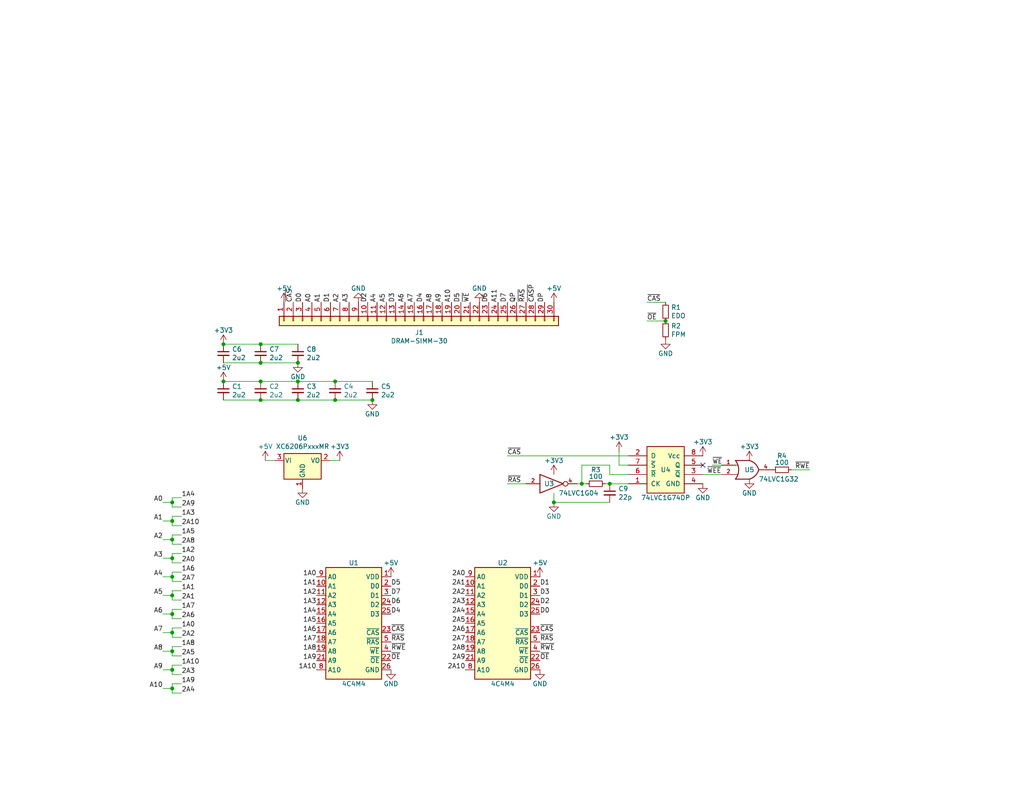
<source format=kicad_sch>
(kicad_sch (version 20230121) (generator eeschema)
  (paper "USLetter")
  (title_block (title "GW4194A") (date "2023-01-20") (rev "1.1") (company "Garrett's Workshop"))
  (lib_symbols
    (symbol "74xGxx:74AHCT1G04" (pin_names (offset 1.016))
      (property "Reference" "U" (at -2.54 3.81 0))
      (property "Value" "74AHCT1G04" (at 0 -3.81 0))
      (symbol "74AHCT1G04_0_1"
        (polyline (pts (xy -3.81 2.54) (xy -3.81 -2.54) (xy 2.54 0) (xy -3.81 2.54)) (stroke (width 0.254)))
      )
      (symbol "74AHCT1G04_1_1"
        (pin input line (at -7.62 0 0) (length 3.81) (name "~") (number "2"))
        (pin power_in line (at 0 -2.54 270) (length 0) hide (name "GND") (number "3"))
        (pin output inverted (at 6.35 0 180) (length 3.81) (name "~") (number "4"))
        (pin power_in line (at 0 2.54 90) (length 0) hide (name "VCC") (number "5"))
      )
    )
    (symbol "74xGxx:74AHCT1G32" (pin_names (offset 1.016))
      (property "Reference" "U" (at -2.54 3.81 0))
      (property "Value" "74AHCT1G32" (at 0 -3.81 0))
      (symbol "74AHCT1G32_0_1"
        (arc (start -3.81 -2.54) (mid -2.919 0) (end -3.81 2.54) (stroke (width 0.254)))
        (arc (start 0 -2.54) (mid 1.5993 -1.6027) (end 2.54 0) (stroke (width 0.254)))
        (polyline (pts (xy -3.81 -1.27) (xy -3.175 -1.27)))
        (polyline (pts (xy -3.81 1.27) (xy -3.175 1.27)))
        (polyline (pts (xy 0 -2.54) (xy -3.81 -2.54)) (stroke (width 0.254)) (fill (type background)))
        (polyline (pts (xy 0 2.54) (xy -3.81 2.54)) (stroke (width 0.254)) (fill (type background)))
        (arc (start 2.54 0) (mid 1.6119 1.6152) (end 0 2.54) (stroke (width 0.254)))
      )
      (symbol "74AHCT1G32_1_1"
        (pin input line (at -7.62 1.27 0) (length 3.81) (name "~") (number "1"))
        (pin input line (at -7.62 -1.27 0) (length 3.81) (name "~") (number "2"))
        (pin power_in line (at 0 -2.54 270) (length 0) hide (name "GND") (number "3"))
        (pin output line (at 6.35 0 180) (length 3.81) (name "~") (number "4"))
        (pin power_in line (at 0 2.54 90) (length 0) hide (name "VCC") (number "5"))
      )
    )
    (symbol "Connector_Generic:Conn_01x30" (pin_names (offset 1.016) hide)
      (property "Reference" "J" (at 0 38.1 0))
      (property "Value" "Conn_01x30" (at 0 -40.64 0))
      (symbol "Conn_01x30_1_1"
        (rectangle (start -1.27 -37.973) (end 0 -38.227) (stroke (width 0.1524)))
        (rectangle (start -1.27 -35.433) (end 0 -35.687) (stroke (width 0.1524)))
        (rectangle (start -1.27 -32.893) (end 0 -33.147) (stroke (width 0.1524)))
        (rectangle (start -1.27 -30.353) (end 0 -30.607) (stroke (width 0.1524)))
        (rectangle (start -1.27 -27.813) (end 0 -28.067) (stroke (width 0.1524)))
        (rectangle (start -1.27 -25.273) (end 0 -25.527) (stroke (width 0.1524)))
        (rectangle (start -1.27 -22.733) (end 0 -22.987) (stroke (width 0.1524)))
        (rectangle (start -1.27 -20.193) (end 0 -20.447) (stroke (width 0.1524)))
        (rectangle (start -1.27 -17.653) (end 0 -17.907) (stroke (width 0.1524)))
        (rectangle (start -1.27 -15.113) (end 0 -15.367) (stroke (width 0.1524)))
        (rectangle (start -1.27 -12.573) (end 0 -12.827) (stroke (width 0.1524)))
        (rectangle (start -1.27 -10.033) (end 0 -10.287) (stroke (width 0.1524)))
        (rectangle (start -1.27 -7.493) (end 0 -7.747) (stroke (width 0.1524)))
        (rectangle (start -1.27 -4.953) (end 0 -5.207) (stroke (width 0.1524)))
        (rectangle (start -1.27 -2.413) (end 0 -2.667) (stroke (width 0.1524)))
        (rectangle (start -1.27 0.127) (end 0 -0.127) (stroke (width 0.1524)))
        (rectangle (start -1.27 2.667) (end 0 2.413) (stroke (width 0.1524)))
        (rectangle (start -1.27 5.207) (end 0 4.953) (stroke (width 0.1524)))
        (rectangle (start -1.27 7.747) (end 0 7.493) (stroke (width 0.1524)))
        (rectangle (start -1.27 10.287) (end 0 10.033) (stroke (width 0.1524)))
        (rectangle (start -1.27 12.827) (end 0 12.573) (stroke (width 0.1524)))
        (rectangle (start -1.27 15.367) (end 0 15.113) (stroke (width 0.1524)))
        (rectangle (start -1.27 17.907) (end 0 17.653) (stroke (width 0.1524)))
        (rectangle (start -1.27 20.447) (end 0 20.193) (stroke (width 0.1524)))
        (rectangle (start -1.27 22.987) (end 0 22.733) (stroke (width 0.1524)))
        (rectangle (start -1.27 25.527) (end 0 25.273) (stroke (width 0.1524)))
        (rectangle (start -1.27 28.067) (end 0 27.813) (stroke (width 0.1524)))
        (rectangle (start -1.27 30.607) (end 0 30.353) (stroke (width 0.1524)))
        (rectangle (start -1.27 33.147) (end 0 32.893) (stroke (width 0.1524)))
        (rectangle (start -1.27 35.687) (end 0 35.433) (stroke (width 0.1524)))
        (rectangle (start -1.27 36.83) (end 1.27 -39.37) (stroke (width 0.254)) (fill (type background)))
        (pin passive line (at -5.08 35.56 0) (length 3.81) (name "Pin_1") (number "1"))
        (pin passive line (at -5.08 12.7 0) (length 3.81) (name "Pin_10") (number "10"))
        (pin passive line (at -5.08 10.16 0) (length 3.81) (name "Pin_11") (number "11"))
        (pin passive line (at -5.08 7.62 0) (length 3.81) (name "Pin_12") (number "12"))
        (pin passive line (at -5.08 5.08 0) (length 3.81) (name "Pin_13") (number "13"))
        (pin passive line (at -5.08 2.54 0) (length 3.81) (name "Pin_14") (number "14"))
        (pin passive line (at -5.08 0 0) (length 3.81) (name "Pin_15") (number "15"))
        (pin passive line (at -5.08 -2.54 0) (length 3.81) (name "Pin_16") (number "16"))
        (pin passive line (at -5.08 -5.08 0) (length 3.81) (name "Pin_17") (number "17"))
        (pin passive line (at -5.08 -7.62 0) (length 3.81) (name "Pin_18") (number "18"))
        (pin passive line (at -5.08 -10.16 0) (length 3.81) (name "Pin_19") (number "19"))
        (pin passive line (at -5.08 33.02 0) (length 3.81) (name "Pin_2") (number "2"))
        (pin passive line (at -5.08 -12.7 0) (length 3.81) (name "Pin_20") (number "20"))
        (pin passive line (at -5.08 -15.24 0) (length 3.81) (name "Pin_21") (number "21"))
        (pin passive line (at -5.08 -17.78 0) (length 3.81) (name "Pin_22") (number "22"))
        (pin passive line (at -5.08 -20.32 0) (length 3.81) (name "Pin_23") (number "23"))
        (pin passive line (at -5.08 -22.86 0) (length 3.81) (name "Pin_24") (number "24"))
        (pin passive line (at -5.08 -25.4 0) (length 3.81) (name "Pin_25") (number "25"))
        (pin passive line (at -5.08 -27.94 0) (length 3.81) (name "Pin_26") (number "26"))
        (pin passive line (at -5.08 -30.48 0) (length 3.81) (name "Pin_27") (number "27"))
        (pin passive line (at -5.08 -33.02 0) (length 3.81) (name "Pin_28") (number "28"))
        (pin passive line (at -5.08 -35.56 0) (length 3.81) (name "Pin_29") (number "29"))
        (pin passive line (at -5.08 30.48 0) (length 3.81) (name "Pin_3") (number "3"))
        (pin passive line (at -5.08 -38.1 0) (length 3.81) (name "Pin_30") (number "30"))
        (pin passive line (at -5.08 27.94 0) (length 3.81) (name "Pin_4") (number "4"))
        (pin passive line (at -5.08 25.4 0) (length 3.81) (name "Pin_5") (number "5"))
        (pin passive line (at -5.08 22.86 0) (length 3.81) (name "Pin_6") (number "6"))
        (pin passive line (at -5.08 20.32 0) (length 3.81) (name "Pin_7") (number "7"))
        (pin passive line (at -5.08 17.78 0) (length 3.81) (name "Pin_8") (number "8"))
        (pin passive line (at -5.08 15.24 0) (length 3.81) (name "Pin_9") (number "9"))
      )
    )
    (symbol "Device:C_Small" (pin_numbers hide) (pin_names (offset 0.254) hide)
      (property "Reference" "C" (at 0.254 1.778 0))
      (property "Value" "C_Small" (at 0.254 -2.032 0))
      (symbol "C_Small_0_1"
        (polyline (pts (xy -1.524 -0.508) (xy 1.524 -0.508)) (stroke (width 0.3302)))
        (polyline (pts (xy -1.524 0.508) (xy 1.524 0.508)) (stroke (width 0.3048)))
      )
      (symbol "C_Small_1_1"
        (pin passive line (at 0 2.54 270) (length 2.032) (name "~") (number "1"))
        (pin passive line (at 0 -2.54 90) (length 2.032) (name "~") (number "2"))
      )
    )
    (symbol "Device:R_Small" (pin_numbers hide) (pin_names (offset 0.254) hide)
      (property "Reference" "R" (at 0.762 0.508 0))
      (property "Value" "R_Small" (at 0.762 -1.016 0))
      (symbol "R_Small_0_1"
        (rectangle (start -0.762 1.778) (end 0.762 -1.778) (stroke (width 0.2032)))
      )
      (symbol "R_Small_1_1"
        (pin passive line (at 0 2.54 270) (length 0.762) (name "~") (number "1"))
        (pin passive line (at 0 -2.54 90) (length 0.762) (name "~") (number "2"))
      )
    )
    (symbol "GW_Logic:741G74DC" (pin_names (offset 1.016))
      (property "Reference" "U" (at 0 7.62 0))
      (property "Value" "GW_Logic_741G74DC" (at 0 -7.62 0))
      (symbol "741G74DC_0_1"
        (rectangle (start 5.08 -6.35) (end -5.08 6.35) (stroke (width 0.254)) (fill (type background)))
      )
      (symbol "741G74DC_1_1"
        (pin input line (at -10.16 -3.81 0) (length 5.08) (name "CK") (number "1"))
        (pin input line (at -10.16 3.81 0) (length 5.08) (name "D") (number "2"))
        (pin output line (at 10.16 -1.27 180) (length 5.08) (name "~{Q}") (number "3"))
        (pin power_in line (at 10.16 -3.81 180) (length 5.08) (name "GND") (number "4"))
        (pin output line (at 10.16 1.27 180) (length 5.08) (name "Q") (number "5"))
        (pin input line (at -10.16 -1.27 0) (length 5.08) (name "~{R}") (number "6"))
        (pin input line (at -10.16 1.27 0) (length 5.08) (name "~{S}") (number "7"))
        (pin power_in line (at 10.16 3.81 180) (length 5.08) (name "Vcc") (number "8"))
      )
    )
    (symbol "GW_RAM:DRAM-4Mx4-SOP-24"
      (property "Reference" "U" (at 0 16.51 0))
      (property "Value" "GW_RAM_DRAM-4Mx4-SOP-24" (at 0 0 90))
      (symbol "DRAM-4Mx4-SOP-24_0_1"
        (rectangle (start -7.62 15.24) (end 7.62 -15.24) (stroke (width 0.254)) (fill (type background)))
      )
      (symbol "DRAM-4Mx4-SOP-24_1_1"
        (pin power_in line (at 10.16 12.7 180) (length 2.54) (name "VDD") (number "1"))
        (pin input line (at -10.16 10.16 0) (length 2.54) (name "A1") (number "10"))
        (pin input line (at -10.16 7.62 0) (length 2.54) (name "A2") (number "11"))
        (pin input line (at -10.16 5.08 0) (length 2.54) (name "A3") (number "12"))
        (pin power_in line (at 10.16 12.7 180) (length 2.54) hide (name "VDD") (number "13"))
        (pin power_in line (at 10.16 -12.7 180) (length 2.54) hide (name "GND") (number "14"))
        (pin input line (at -10.16 2.54 0) (length 2.54) (name "A4") (number "15"))
        (pin input line (at -10.16 0 0) (length 2.54) (name "A5") (number "16"))
        (pin input line (at -10.16 -2.54 0) (length 2.54) (name "A6") (number "17"))
        (pin input line (at -10.16 -5.08 0) (length 2.54) (name "A7") (number "18"))
        (pin input line (at -10.16 -7.62 0) (length 2.54) (name "A8") (number "19"))
        (pin bidirectional line (at 10.16 10.16 180) (length 2.54) (name "D0") (number "2"))
        (pin no_connect line (at 10.16 0 180) (length 2.54) hide (name "NC") (number "20"))
        (pin input line (at -10.16 -10.16 0) (length 2.54) (name "A9") (number "21"))
        (pin input line (at 10.16 -10.16 180) (length 2.54) (name "~{OE}") (number "22"))
        (pin input line (at 10.16 -2.54 180) (length 2.54) (name "~{CAS}") (number "23"))
        (pin bidirectional line (at 10.16 5.08 180) (length 2.54) (name "D2") (number "24"))
        (pin bidirectional line (at 10.16 2.54 180) (length 2.54) (name "D3") (number "25"))
        (pin power_in line (at 10.16 -12.7 180) (length 2.54) (name "GND") (number "26"))
        (pin bidirectional line (at 10.16 7.62 180) (length 2.54) (name "D1") (number "3"))
        (pin input line (at 10.16 -7.62 180) (length 2.54) (name "~{WE}") (number "4"))
        (pin input line (at 10.16 -5.08 180) (length 2.54) (name "~{RAS}") (number "5"))
        (pin no_connect line (at 10.16 0 180) (length 2.54) hide (name "NC") (number "7"))
        (pin input line (at -10.16 -12.7 0) (length 2.54) (name "A10") (number "8"))
        (pin input line (at -10.16 12.7 0) (length 2.54) (name "A0") (number "9"))
      )
    )
    (symbol "Regulator_Linear:XC6206PxxxMR" (pin_names (offset 0.254))
      (property "Reference" "U" (at -3.81 3.175 0))
      (property "Value" "XC6206PxxxMR" (at 0 3.175 0))
      (symbol "XC6206PxxxMR_0_1"
        (rectangle (start -5.08 1.905) (end 5.08 -5.08) (stroke (width 0.254)) (fill (type background)))
      )
      (symbol "XC6206PxxxMR_1_1"
        (pin power_in line (at 0 -7.62 90) (length 2.54) (name "GND") (number "1"))
        (pin power_out line (at 7.62 0 180) (length 2.54) (name "VO") (number "2"))
        (pin power_in line (at -7.62 0 0) (length 2.54) (name "VI") (number "3"))
      )
    )
    (symbol "power:+3V3" (power) (pin_names (offset 0))
      (property "Value" "+3V3" (at 0 3.556 0))
      (symbol "+3V3_0_1"
        (polyline (pts (xy -0.762 1.27) (xy 0 2.54)))
        (polyline (pts (xy 0 0) (xy 0 2.54)))
        (polyline (pts (xy 0 2.54) (xy 0.762 1.27)))
      )
      (symbol "+3V3_1_1"
        (pin power_in line (at 0 0 90) (length 0) hide (name "+3V3") (number "1"))
      )
    )
    (symbol "power:+5V" (power) (pin_names (offset 0))
      (property "Value" "+5V" (at 0 3.556 0))
      (symbol "+5V_0_1"
        (polyline (pts (xy -0.762 1.27) (xy 0 2.54)))
        (polyline (pts (xy 0 0) (xy 0 2.54)))
        (polyline (pts (xy 0 2.54) (xy 0.762 1.27)))
      )
      (symbol "+5V_1_1"
        (pin power_in line (at 0 0 90) (length 0) hide (name "+5V") (number "1"))
      )
    )
    (symbol "power:GND" (power) (pin_names (offset 0))
      (property "Value" "GND" (at 0 -3.81 0))
      (symbol "GND_0_1"
        (polyline (pts (xy 0 0) (xy 0 -1.27) (xy 1.27 -1.27) (xy 0 -2.54) (xy -1.27 -1.27) (xy 0 -1.27)))
      )
      (symbol "GND_1_1"
        (pin power_in line (at 0 0 270) (length 0) hide (name "GND") (number "1"))
      )
    )
  )
  (junction (at 46.99 162.56))
  (junction (at 81.28 109.22))
  (junction (at 46.99 142.24))
  (junction (at 60.96 104.14))
  (junction (at 91.44 109.22))
  (junction (at 151.13 137.16))
  (junction (at 158.75 132.08))
  (junction (at 71.12 104.14))
  (junction (at 71.12 93.98))
  (junction (at 46.99 157.48))
  (junction (at 46.99 182.88))
  (junction (at 71.12 109.22))
  (junction (at 166.37 132.08))
  (junction (at 71.12 99.06))
  (junction (at 81.28 99.06))
  (junction (at 46.99 152.4))
  (junction (at 101.6 109.22))
  (junction (at 46.99 167.64))
  (junction (at 60.96 93.98))
  (junction (at 46.99 177.8))
  (junction (at 46.99 147.32))
  (junction (at 91.44 104.14))
  (junction (at 46.99 187.96))
  (junction (at 81.28 104.14))
  (junction (at 46.99 172.72))
  (junction (at 181.61 87.63))
  (junction (at 46.99 137.16))
  (no_connect (at 191.77 127))
  (wire (pts (xy 194.31 127) (xy 196.85 127)))
  (wire (pts (xy 81.28 99.06) (xy 71.12 99.06)))
  (wire (pts (xy 46.99 172.72) (xy 46.99 173.99)))
  (wire (pts (xy 220.98 128.27) (xy 215.9 128.27)))
  (wire (pts (xy 44.45 177.8) (xy 46.99 177.8)))
  (wire (pts (xy 46.99 156.21) (xy 49.53 156.21)))
  (wire (pts (xy 91.44 104.14) (xy 81.28 104.14)))
  (wire (pts (xy 44.45 137.16) (xy 46.99 137.16)))
  (wire (pts (xy 46.99 181.61) (xy 49.53 181.61)))
  (wire (pts (xy 46.99 135.89) (xy 49.53 135.89)))
  (wire (pts (xy 168.91 127) (xy 171.45 127)))
  (wire (pts (xy 46.99 186.69) (xy 49.53 186.69)))
  (wire (pts (xy 46.99 157.48) (xy 46.99 158.75)))
  (wire (pts (xy 46.99 146.05) (xy 49.53 146.05)))
  (wire (pts (xy 90.17 125.73) (xy 92.71 125.73)))
  (wire (pts (xy 46.99 140.97) (xy 49.53 140.97)))
  (wire (pts (xy 101.6 104.14) (xy 91.44 104.14)))
  (wire (pts (xy 46.99 177.8) (xy 46.99 176.53)))
  (wire (pts (xy 46.99 138.43) (xy 49.53 138.43)))
  (wire (pts (xy 46.99 172.72) (xy 46.99 171.45)))
  (wire (pts (xy 46.99 157.48) (xy 46.99 156.21)))
  (wire (pts (xy 44.45 162.56) (xy 46.99 162.56)))
  (wire (pts (xy 46.99 173.99) (xy 49.53 173.99)))
  (wire (pts (xy 158.75 132.08) (xy 158.75 127)))
  (wire (pts (xy 46.99 163.83) (xy 49.53 163.83)))
  (wire (pts (xy 46.99 147.32) (xy 46.99 146.05)))
  (wire (pts (xy 166.37 132.08) (xy 171.45 132.08)))
  (wire (pts (xy 71.12 93.98) (xy 81.28 93.98)))
  (wire (pts (xy 71.12 99.06) (xy 60.96 99.06)))
  (wire (pts (xy 44.45 152.4) (xy 46.99 152.4)))
  (wire (pts (xy 46.99 151.13) (xy 49.53 151.13)))
  (wire (pts (xy 181.61 87.63) (xy 176.53 87.63)))
  (wire (pts (xy 46.99 177.8) (xy 46.99 179.07)))
  (wire (pts (xy 46.99 142.24) (xy 46.99 140.97)))
  (wire (pts (xy 138.43 124.46) (xy 171.45 124.46)))
  (wire (pts (xy 46.99 142.24) (xy 46.99 143.51)))
  (wire (pts (xy 46.99 168.91) (xy 49.53 168.91)))
  (wire (pts (xy 46.99 171.45) (xy 49.53 171.45)))
  (wire (pts (xy 46.99 161.29) (xy 49.53 161.29)))
  (wire (pts (xy 44.45 187.96) (xy 46.99 187.96)))
  (wire (pts (xy 44.45 147.32) (xy 46.99 147.32)))
  (wire (pts (xy 151.13 134.62) (xy 151.13 137.16)))
  (wire (pts (xy 158.75 127) (xy 166.37 127)))
  (wire (pts (xy 46.99 162.56) (xy 46.99 161.29)))
  (wire (pts (xy 46.99 182.88) (xy 46.99 184.15)))
  (wire (pts (xy 46.99 167.64) (xy 46.99 166.37)))
  (wire (pts (xy 71.12 109.22) (xy 81.28 109.22)))
  (wire (pts (xy 60.96 93.98) (xy 71.12 93.98)))
  (wire (pts (xy 176.53 82.55) (xy 181.61 82.55)))
  (wire (pts (xy 191.77 129.54) (xy 196.85 129.54)))
  (wire (pts (xy 44.45 157.48) (xy 46.99 157.48)))
  (wire (pts (xy 166.37 129.54) (xy 166.37 127)))
  (wire (pts (xy 157.48 132.08) (xy 158.75 132.08)))
  (wire (pts (xy 46.99 147.32) (xy 46.99 148.59)))
  (wire (pts (xy 81.28 109.22) (xy 91.44 109.22)))
  (wire (pts (xy 46.99 152.4) (xy 46.99 153.67)))
  (wire (pts (xy 46.99 158.75) (xy 49.53 158.75)))
  (wire (pts (xy 91.44 109.22) (xy 101.6 109.22)))
  (wire (pts (xy 46.99 166.37) (xy 49.53 166.37)))
  (wire (pts (xy 46.99 179.07) (xy 49.53 179.07)))
  (wire (pts (xy 46.99 143.51) (xy 49.53 143.51)))
  (wire (pts (xy 46.99 184.15) (xy 49.53 184.15)))
  (wire (pts (xy 165.1 132.08) (xy 166.37 132.08)))
  (wire (pts (xy 46.99 153.67) (xy 49.53 153.67)))
  (wire (pts (xy 44.45 172.72) (xy 46.99 172.72)))
  (wire (pts (xy 60.96 104.14) (xy 71.12 104.14)))
  (wire (pts (xy 71.12 109.22) (xy 60.96 109.22)))
  (wire (pts (xy 168.91 123.19) (xy 168.91 127)))
  (wire (pts (xy 46.99 182.88) (xy 46.99 181.61)))
  (wire (pts (xy 46.99 152.4) (xy 46.99 151.13)))
  (wire (pts (xy 44.45 167.64) (xy 46.99 167.64)))
  (wire (pts (xy 44.45 142.24) (xy 46.99 142.24)))
  (wire (pts (xy 151.13 137.16) (xy 166.37 137.16)))
  (wire (pts (xy 46.99 137.16) (xy 46.99 135.89)))
  (wire (pts (xy 46.99 162.56) (xy 46.99 163.83)))
  (wire (pts (xy 46.99 176.53) (xy 49.53 176.53)))
  (wire (pts (xy 46.99 189.23) (xy 49.53 189.23)))
  (wire (pts (xy 46.99 137.16) (xy 46.99 138.43)))
  (wire (pts (xy 46.99 148.59) (xy 49.53 148.59)))
  (wire (pts (xy 44.45 182.88) (xy 46.99 182.88)))
  (wire (pts (xy 138.43 132.08) (xy 143.51 132.08)))
  (wire (pts (xy 74.93 125.73) (xy 72.39 125.73)))
  (wire (pts (xy 81.28 104.14) (xy 71.12 104.14)))
  (wire (pts (xy 160.02 132.08) (xy 158.75 132.08)))
  (wire (pts (xy 46.99 187.96) (xy 46.99 186.69)))
  (wire (pts (xy 171.45 129.54) (xy 166.37 129.54)))
  (wire (pts (xy 46.99 187.96) (xy 46.99 189.23)))
  (wire (pts (xy 46.99 167.64) (xy 46.99 168.91)))
  (label "D0" (at 82.55 82.55 90))
  (label "1A2" (at 86.36 162.56 180))
  (label "A10" (at 44.45 187.96 180))
  (label "A6" (at 110.49 82.55 90))
  (label "A5" (at 105.41 82.55 90))
  (label "2A3" (at 49.53 184.15 0))
  (label "1A0" (at 49.53 171.45 0))
  (label "~{OE}" (at 176.53 87.63 0))
  (label "1A3" (at 49.53 140.97 0))
  (label "2A4" (at 127 167.64 180))
  (label "~{RAS}" (at 106.68 175.26 0))
  (label "D2" (at 100.33 82.55 90))
  (label "~{CASP}" (at 146.05 82.55 90))
  (label "A8" (at 118.11 82.55 90))
  (label "2A10" (at 49.53 143.51 0))
  (label "~{RWE}" (at 106.68 177.8 0))
  (label "A7" (at 113.03 82.55 90))
  (label "D3" (at 107.95 82.55 90))
  (label "D5" (at 125.73 82.55 90))
  (label "~{OE}" (at 106.68 180.34 0))
  (label "D6" (at 106.68 165.1 0))
  (label "D7" (at 138.43 82.55 90))
  (label "A4" (at 102.87 82.55 90))
  (label "1A6" (at 86.36 172.72 180))
  (label "D1" (at 147.32 160.02 0))
  (label "1A0" (at 86.36 157.48 180))
  (label "A6" (at 44.45 167.64 180))
  (label "~{WE}" (at 128.27 82.55 90))
  (label "A5" (at 44.45 162.56 180))
  (label "A3" (at 95.25 82.55 90))
  (label "2A7" (at 127 175.26 180))
  (label "~{WE}" (at 194.31 127 0))
  (label "A3" (at 44.45 152.4 180))
  (label "1A9" (at 86.36 180.34 180))
  (label "2A4" (at 49.53 189.23 0))
  (label "2A5" (at 49.53 179.07 0))
  (label "D6" (at 133.35 82.55 90))
  (label "~{RAS}" (at 143.51 82.55 90))
  (label "2A2" (at 49.53 173.99 0))
  (label "A2" (at 92.71 82.55 90))
  (label "A8" (at 44.45 177.8 180))
  (label "A0" (at 44.45 137.16 180))
  (label "2A0" (at 49.53 153.67 0))
  (label "D2" (at 147.32 165.1 0))
  (label "2A7" (at 49.53 158.75 0))
  (label "~{RAS}" (at 138.43 132.08 0))
  (label "1A6" (at 49.53 156.21 0))
  (label "A7" (at 44.45 172.72 180))
  (label "1A5" (at 86.36 170.18 180))
  (label "2A9" (at 127 180.34 180))
  (label "1A3" (at 86.36 165.1 180))
  (label "~{OE}" (at 147.32 180.34 0))
  (label "~{RWE}" (at 220.98 128.27 180))
  (label "A10" (at 123.19 82.55 90))
  (label "D5" (at 106.68 160.02 0))
  (label "~{RWE}" (at 147.32 177.8 0))
  (label "2A6" (at 49.53 168.91 0))
  (label "1A9" (at 49.53 186.69 0))
  (label "A9" (at 44.45 182.88 180))
  (label "1A8" (at 86.36 177.8 180))
  (label "2A9" (at 49.53 138.43 0))
  (label "A4" (at 44.45 157.48 180))
  (label "~{WEE}" (at 196.85 129.54 180))
  (label "~{RAS}" (at 147.32 175.26 0))
  (label "2A1" (at 49.53 163.83 0))
  (label "1A7" (at 86.36 175.26 180))
  (label "A9" (at 120.65 82.55 90))
  (label "1A1" (at 86.36 160.02 180))
  (label "~{CAS}" (at 80.01 82.55 90))
  (label "2A8" (at 127 177.8 180))
  (label "A1" (at 44.45 142.24 180))
  (label "~{CAS}" (at 106.68 172.72 0))
  (label "2A0" (at 127 157.48 180))
  (label "D3" (at 147.32 162.56 0))
  (label "1A1" (at 49.53 161.29 0))
  (label "2A10" (at 127 182.88 180))
  (label "2A6" (at 127 172.72 180))
  (label "~{CAS}" (at 176.53 82.55 0))
  (label "A1" (at 87.63 82.55 90))
  (label "QP" (at 140.97 82.55 90))
  (label "DP" (at 148.59 82.55 90))
  (label "1A4" (at 86.36 167.64 180))
  (label "2A5" (at 127 170.18 180))
  (label "2A8" (at 49.53 148.59 0))
  (label "1A8" (at 49.53 176.53 0))
  (label "A0" (at 85.09 82.55 90))
  (label "D0" (at 147.32 167.64 0))
  (label "2A2" (at 127 162.56 180))
  (label "2A3" (at 127 165.1 180))
  (label "D7" (at 106.68 162.56 0))
  (label "2A1" (at 127 160.02 180))
  (label "A2" (at 44.45 147.32 180))
  (label "~{CAS}" (at 147.32 172.72 0))
  (label "1A4" (at 49.53 135.89 0))
  (label "D4" (at 106.68 167.64 0))
  (label "~{CAS}" (at 138.43 124.46 0))
  (label "1A5" (at 49.53 146.05 0))
  (label "1A2" (at 49.53 151.13 0))
  (label "1A10" (at 86.36 182.88 180))
  (label "D1" (at 90.17 82.55 90))
  (label "A11" (at 135.89 82.55 90))
  (label "D4" (at 115.57 82.55 90))
  (label "1A10" (at 49.53 181.61 0))
  (label "1A7" (at 49.53 166.37 0))
  (symbol (lib_id "Connector_Generic:Conn_01x30") (at 113.03 87.63 90) (mirror x) (unit 1)
    (property "Reference" "J1" (at 114.4016 90.7796 90))
    (property "Value" "DRAM-SIMM-30" (at 114.4016 93.091 90))
    (property "Footprint" "stdpads:SIMM-30_Edge" (effects hide))
  )
  (symbol (lib_id "power:+5V") (at 151.13 82.55 0) (unit 1)
    (property "Reference" "#PWR0101" (effects hide))
    (property "Value" "+5V" (at 151.13 78.74 0))
  )
  (symbol (lib_id "power:+5V") (at 77.47 82.55 0) (unit 1)
    (property "Reference" "#PWR0102" (effects hide))
    (property "Value" "+5V" (at 77.47 78.74 0))
  )
  (symbol (lib_id "power:GND") (at 130.81 82.55 180) (unit 1)
    (property "Reference" "#PWR0103" (effects hide))
    (property "Value" "GND" (at 130.81 78.74 0))
  )
  (symbol (lib_id "power:GND") (at 97.79 82.55 180) (unit 1)
    (property "Reference" "#PWR0104" (effects hide))
    (property "Value" "GND" (at 97.79 78.74 0))
  )
  (symbol (lib_id "Device:C_Small") (at 60.96 106.68 0) (unit 1)
    (property "Reference" "C1" (at 63.2968 105.5116 0) (effects (justify left)))
    (property "Value" "2u2" (at 63.2968 107.823 0) (effects (justify left)))
    (property "Footprint" "stdpads:C_0805" (effects hide))
  )
  (symbol (lib_id "Device:C_Small") (at 71.12 106.68 0) (unit 1)
    (property "Reference" "C2" (at 73.4568 105.5116 0) (effects (justify left)))
    (property "Value" "2u2" (at 73.4568 107.823 0) (effects (justify left)))
    (property "Footprint" "stdpads:C_0805" (effects hide))
  )
  (symbol (lib_id "power:+5V") (at 60.96 104.14 0) (unit 1)
    (property "Reference" "#PWR0113" (effects hide))
    (property "Value" "+5V" (at 60.96 100.33 0))
  )
  (symbol (lib_id "Device:C_Small") (at 81.28 106.68 0) (unit 1)
    (property "Reference" "C3" (at 83.6168 105.5116 0) (effects (justify left)))
    (property "Value" "2u2" (at 83.6168 107.823 0) (effects (justify left)))
    (property "Footprint" "stdpads:C_0805" (effects hide))
  )
  (symbol (lib_id "Device:C_Small") (at 91.44 106.68 0) (unit 1)
    (property "Reference" "C4" (at 93.7768 105.5116 0) (effects (justify left)))
    (property "Value" "2u2" (at 93.7768 107.823 0) (effects (justify left)))
    (property "Footprint" "stdpads:C_0805" (effects hide))
  )
  (symbol (lib_id "GW_RAM:DRAM-4Mx4-SOP-24") (at 96.52 170.18 0) (unit 1)
    (property "Reference" "U1" (at 96.52 153.67 0))
    (property "Value" "4C4M4" (at 96.52 186.69 0))
    (property "Footprint" "stdpads:SOJ-24-26_300mil" (effects hide))
    (property "Datasheet" "https://www.alliancememory.com/wp-content/uploads/pdf/AS6C8008.pdf" (effects hide))
  )
  (symbol (lib_id "power:GND") (at 106.68 182.88 0) (unit 1)
    (property "Reference" "#PWR0105" (effects hide))
    (property "Value" "GND" (at 106.68 186.69 0))
  )
  (symbol (lib_id "power:+5V") (at 106.68 157.48 0) (unit 1)
    (property "Reference" "#PWR0106" (effects hide))
    (property "Value" "+5V" (at 106.68 153.67 0))
  )
  (symbol (lib_id "GW_RAM:DRAM-4Mx4-SOP-24") (at 137.16 170.18 0) (unit 1)
    (property "Reference" "U2" (at 137.16 153.67 0))
    (property "Value" "4C4M4" (at 137.16 186.69 0))
    (property "Footprint" "stdpads:SOJ-24-26_300mil" (effects hide))
    (property "Datasheet" "https://www.alliancememory.com/wp-content/uploads/pdf/AS6C8008.pdf" (effects hide))
  )
  (symbol (lib_id "power:GND") (at 147.32 182.88 0) (unit 1)
    (property "Reference" "#PWR0108" (effects hide))
    (property "Value" "GND" (at 147.32 186.69 0))
  )
  (symbol (lib_id "power:+5V") (at 147.32 157.48 0) (unit 1)
    (property "Reference" "#PWR0109" (effects hide))
    (property "Value" "+5V" (at 147.32 153.67 0))
  )
  (symbol (lib_id "power:GND") (at 101.6 109.22 0) (unit 1)
    (property "Reference" "#PWR0110" (effects hide))
    (property "Value" "GND" (at 101.6 113.03 0))
  )
  (symbol (lib_id "Device:C_Small") (at 101.6 106.68 0) (unit 1)
    (property "Reference" "C5" (at 103.9368 105.5116 0) (effects (justify left)))
    (property "Value" "2u2" (at 103.9368 107.823 0) (effects (justify left)))
    (property "Footprint" "stdpads:C_0805" (effects hide))
  )
  (symbol (lib_id "GW_Logic:741G74DC") (at 181.61 128.27 0) (unit 1)
    (property "Reference" "U4" (at 181.61 128.27 0))
    (property "Value" "74LVC1G74DP" (at 181.61 135.89 0))
    (property "Footprint" "stdpads:NXP_TSSOP-8_3x3mm_P0.65mm" (effects hide))
  )
  (symbol (lib_id "power:GND") (at 191.77 132.08 0) (unit 1)
    (property "Reference" "#PWR0107" (effects hide))
    (property "Value" "GND" (at 191.77 135.89 0))
  )
  (symbol (lib_id "Device:R_Small") (at 181.61 90.17 0) (unit 1)
    (property "Reference" "R2" (at 183.1086 89.0016 0) (effects (justify left)))
    (property "Value" "FPM" (at 183.1086 91.313 0) (effects (justify left)))
    (property "Footprint" "stdpads:R_0805" (effects hide))
  )
  (symbol (lib_id "Device:R_Small") (at 181.61 85.09 0) (unit 1)
    (property "Reference" "R1" (at 183.1086 83.9216 0) (effects (justify left)))
    (property "Value" "EDO" (at 183.1086 86.233 0) (effects (justify left)))
    (property "Footprint" "stdpads:R_0805" (effects hide))
  )
  (symbol (lib_id "power:GND") (at 181.61 92.71 0) (unit 1)
    (property "Reference" "#PWR0115" (effects hide))
    (property "Value" "GND" (at 181.61 96.52 0))
  )
  (symbol (lib_id "74xGxx:74AHCT1G32") (at 204.47 128.27 0) (unit 1)
    (property "Reference" "U5" (at 204.47 128.27 0))
    (property "Value" "74LVC1G32" (at 207.01 130.81 0) (effects (justify left)))
    (property "Footprint" "stdpads:SOT-353" (effects hide))
    (property "Datasheet" "http://www.ti.com/lit/sg/scyt129e/scyt129e.pdf" (effects hide))
  )
  (symbol (lib_id "power:GND") (at 204.47 130.81 0) (unit 1)
    (property "Reference" "#PWR0118" (effects hide))
    (property "Value" "GND" (at 204.47 134.62 0))
  )
  (symbol (lib_id "Regulator_Linear:XC6206PxxxMR") (at 82.55 125.73 0) (unit 1)
    (property "Reference" "U6" (at 82.55 119.5832 0))
    (property "Value" "XC6206PxxxMR" (at 82.55 121.8946 0))
    (property "Footprint" "stdpads:SOT-23" (effects hide))
    (property "Datasheet" "https://www.torexsemi.com/file/xc6206/XC6206.pdf" (effects hide))
  )
  (symbol (lib_id "power:GND") (at 82.55 133.35 0) (unit 1)
    (property "Reference" "#PWR0119" (effects hide))
    (property "Value" "GND" (at 82.55 137.16 0))
  )
  (symbol (lib_id "Device:C_Small") (at 60.96 96.52 0) (unit 1)
    (property "Reference" "C6" (at 63.2968 95.3516 0) (effects (justify left)))
    (property "Value" "2u2" (at 63.2968 97.663 0) (effects (justify left)))
    (property "Footprint" "stdpads:C_0805" (effects hide))
  )
  (symbol (lib_id "Device:C_Small") (at 71.12 96.52 0) (unit 1)
    (property "Reference" "C7" (at 73.4568 95.3516 0) (effects (justify left)))
    (property "Value" "2u2" (at 73.4568 97.663 0) (effects (justify left)))
    (property "Footprint" "stdpads:C_0805" (effects hide))
  )
  (symbol (lib_id "power:+3V3") (at 60.96 93.98 0) (unit 1)
    (property "Reference" "#PWR0121" (effects hide))
    (property "Value" "+3V3" (at 60.96 90.17 0))
  )
  (symbol (lib_id "power:+5V") (at 72.39 125.73 0) (unit 1)
    (property "Reference" "#PWR0122" (effects hide))
    (property "Value" "+5V" (at 72.39 121.92 0))
  )
  (symbol (lib_id "power:+3V3") (at 92.71 125.73 0) (unit 1)
    (property "Reference" "#PWR0123" (effects hide))
    (property "Value" "+3V3" (at 92.71 121.92 0))
  )
  (symbol (lib_id "power:+3V3") (at 191.77 124.46 0) (unit 1)
    (property "Reference" "#PWR0114" (effects hide))
    (property "Value" "+3V3" (at 191.77 120.65 0))
  )
  (symbol (lib_id "power:+3V3") (at 204.47 125.73 0) (unit 1)
    (property "Reference" "#PWR0117" (effects hide))
    (property "Value" "+3V3" (at 204.47 121.92 0))
  )
  (symbol (lib_id "Device:C_Small") (at 81.28 96.52 0) (unit 1)
    (property "Reference" "C8" (at 83.6168 95.3516 0) (effects (justify left)))
    (property "Value" "2u2" (at 83.6168 97.663 0) (effects (justify left)))
    (property "Footprint" "stdpads:C_0805" (effects hide))
  )
  (symbol (lib_id "power:GND") (at 81.28 99.06 0) (unit 1)
    (property "Reference" "#PWR0120" (effects hide))
    (property "Value" "GND" (at 81.28 102.87 0))
  )
  (symbol (lib_id "power:+3V3") (at 168.91 123.19 0) (unit 1)
    (property "Reference" "#PWR0111" (effects hide))
    (property "Value" "+3V3" (at 168.91 119.38 0))
  )
  (symbol (lib_id "Device:C_Small") (at 166.37 134.62 0) (unit 1)
    (property "Reference" "C9" (at 168.7068 133.4516 0) (effects (justify left)))
    (property "Value" "22p" (at 168.7068 135.763 0) (effects (justify left)))
    (property "Footprint" "stdpads:C_0805" (effects hide))
  )
  (symbol (lib_id "Device:R_Small") (at 162.56 132.08 270) (unit 1)
    (property "Reference" "R3" (at 162.56 128.27 90))
    (property "Value" "100" (at 162.56 130.81 90) (effects (justify bottom)))
    (property "Footprint" "stdpads:R_0805" (effects hide))
  )
  (symbol (lib_id "74xGxx:74AHCT1G04") (at 151.13 132.08 0) (unit 1)
    (property "Reference" "U3" (at 149.86 132.08 0))
    (property "Value" "74LVC1G04" (at 152.4 134.62 0) (effects (justify left)))
    (property "Footprint" "stdpads:SOT-353" (effects hide))
    (property "Datasheet" "http://www.ti.com/lit/sg/scyt129e/scyt129e.pdf" (effects hide))
  )
  (symbol (lib_id "power:GND") (at 151.13 137.16 0) (unit 1)
    (property "Reference" "#PWR0112" (effects hide))
    (property "Value" "GND" (at 151.13 140.97 0))
  )
  (symbol (lib_id "power:+3V3") (at 151.13 129.54 0) (unit 1)
    (property "Reference" "#PWR0116" (effects hide))
    (property "Value" "+3V3" (at 151.13 125.73 0))
  )
  (symbol (lib_id "Device:R_Small") (at 213.36 128.27 270) (unit 1)
    (property "Reference" "R4" (at 213.36 124.46 90))
    (property "Value" "100" (at 213.36 127 90) (effects (justify bottom)))
    (property "Footprint" "stdpads:R_0805" (effects hide))
  )
)
</source>
